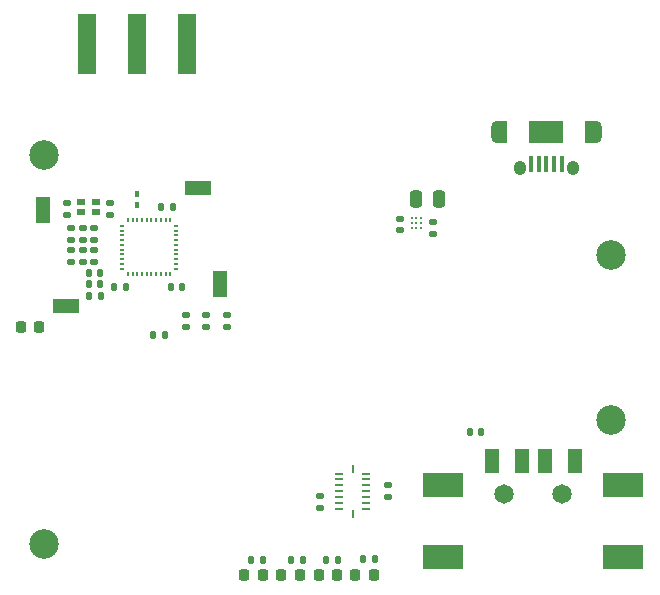
<source format=gts>
%TF.GenerationSoftware,KiCad,Pcbnew,7.0.1*%
%TF.CreationDate,2023-10-27T08:58:37+02:00*%
%TF.ProjectId,SensorLeapSMA,53656e73-6f72-44c6-9561-70534d412e6b,rev?*%
%TF.SameCoordinates,Original*%
%TF.FileFunction,Soldermask,Top*%
%TF.FilePolarity,Negative*%
%FSLAX46Y46*%
G04 Gerber Fmt 4.6, Leading zero omitted, Abs format (unit mm)*
G04 Created by KiCad (PCBNEW 7.0.1) date 2023-10-27 08:58:37*
%MOMM*%
%LPD*%
G01*
G04 APERTURE LIST*
G04 Aperture macros list*
%AMRoundRect*
0 Rectangle with rounded corners*
0 $1 Rounding radius*
0 $2 $3 $4 $5 $6 $7 $8 $9 X,Y pos of 4 corners*
0 Add a 4 corners polygon primitive as box body*
4,1,4,$2,$3,$4,$5,$6,$7,$8,$9,$2,$3,0*
0 Add four circle primitives for the rounded corners*
1,1,$1+$1,$2,$3*
1,1,$1+$1,$4,$5*
1,1,$1+$1,$6,$7*
1,1,$1+$1,$8,$9*
0 Add four rect primitives between the rounded corners*
20,1,$1+$1,$2,$3,$4,$5,0*
20,1,$1+$1,$4,$5,$6,$7,0*
20,1,$1+$1,$6,$7,$8,$9,0*
20,1,$1+$1,$8,$9,$2,$3,0*%
G04 Aperture macros list end*
%ADD10RoundRect,0.135000X-0.135000X-0.185000X0.135000X-0.185000X0.135000X0.185000X-0.135000X0.185000X0*%
%ADD11RoundRect,0.135000X-0.185000X0.135000X-0.185000X-0.135000X0.185000X-0.135000X0.185000X0.135000X0*%
%ADD12RoundRect,0.140000X0.140000X0.170000X-0.140000X0.170000X-0.140000X-0.170000X0.140000X-0.170000X0*%
%ADD13RoundRect,0.218750X-0.218750X-0.256250X0.218750X-0.256250X0.218750X0.256250X-0.218750X0.256250X0*%
%ADD14C,2.500000*%
%ADD15RoundRect,0.140000X0.170000X-0.140000X0.170000X0.140000X-0.170000X0.140000X-0.170000X-0.140000X0*%
%ADD16R,0.685800X0.584200*%
%ADD17RoundRect,0.250000X-0.250000X-0.475000X0.250000X-0.475000X0.250000X0.475000X-0.250000X0.475000X0*%
%ADD18RoundRect,0.147500X-0.147500X-0.172500X0.147500X-0.172500X0.147500X0.172500X-0.147500X0.172500X0*%
%ADD19RoundRect,0.225000X0.225000X0.250000X-0.225000X0.250000X-0.225000X-0.250000X0.225000X-0.250000X0*%
%ADD20RoundRect,0.140000X-0.170000X0.140000X-0.170000X-0.140000X0.170000X-0.140000X0.170000X0.140000X0*%
%ADD21RoundRect,0.135000X0.135000X0.185000X-0.135000X0.185000X-0.135000X-0.185000X0.135000X-0.185000X0*%
%ADD22C,1.650000*%
%ADD23R,1.250000X2.100000*%
%ADD24R,3.500000X2.000000*%
%ADD25RoundRect,0.087250X-0.087250X0.192750X-0.087250X-0.192750X0.087250X-0.192750X0.087250X0.192750X0*%
%ADD26RoundRect,0.140000X-0.140000X-0.170000X0.140000X-0.170000X0.140000X0.170000X-0.140000X0.170000X0*%
%ADD27R,0.400000X0.200000*%
%ADD28R,0.200000X0.400000*%
%ADD29R,1.200000X2.300000*%
%ADD30R,1.520000X5.080000*%
%ADD31C,0.269000*%
%ADD32R,2.300000X1.200000*%
%ADD33R,0.400000X1.350000*%
%ADD34O,1.000000X1.900000*%
%ADD35R,0.875000X1.900000*%
%ADD36O,1.050000X1.250000*%
%ADD37R,2.900000X1.900000*%
%ADD38R,0.675000X0.250000*%
%ADD39R,0.250000X0.675000*%
G04 APERTURE END LIST*
D10*
%TO.C,R3*%
X87307500Y-77800000D03*
X88327500Y-77800000D03*
%TD*%
D11*
%TO.C,R6*%
X77200000Y-57100000D03*
X77200000Y-58120000D03*
%TD*%
D12*
%TO.C,C11*%
X68240000Y-53500000D03*
X67280000Y-53500000D03*
%TD*%
D13*
%TO.C,D5*%
X80440000Y-79110000D03*
X82015000Y-79110000D03*
%TD*%
D14*
%TO.C,H2*%
X111500000Y-52000000D03*
%TD*%
D15*
%TO.C,C1*%
X65377499Y-48598200D03*
X65377499Y-47638200D03*
%TD*%
D16*
%TO.C,X1*%
X66562501Y-48361800D03*
X67837499Y-48361800D03*
X67837499Y-47498200D03*
X66562501Y-47498200D03*
%TD*%
D17*
%TO.C,C21*%
X95000000Y-47300000D03*
X96900000Y-47300000D03*
%TD*%
D15*
%TO.C,C23*%
X93600000Y-49880000D03*
X93600000Y-48920000D03*
%TD*%
D18*
%TO.C,FB1*%
X67315000Y-55500000D03*
X68285000Y-55500000D03*
%TD*%
D15*
%TO.C,C19*%
X92600000Y-72460000D03*
X92600000Y-71500000D03*
%TD*%
D19*
%TO.C,C3*%
X63075000Y-58130000D03*
X61525000Y-58130000D03*
%TD*%
D20*
%TO.C,C20*%
X86800000Y-72420000D03*
X86800000Y-73380000D03*
%TD*%
D12*
%TO.C,C6*%
X68240000Y-54470000D03*
X67280000Y-54470000D03*
%TD*%
D20*
%TO.C,C7*%
X67734000Y-49750000D03*
X67734000Y-50710000D03*
%TD*%
D10*
%TO.C,R2*%
X84397500Y-77800000D03*
X85417500Y-77800000D03*
%TD*%
D21*
%TO.C,R1*%
X74370000Y-47954000D03*
X73350000Y-47954000D03*
%TD*%
D20*
%TO.C,C5*%
X66734000Y-49740000D03*
X66734000Y-50700000D03*
%TD*%
D11*
%TO.C,R5*%
X79000000Y-57100000D03*
X79000000Y-58120000D03*
%TD*%
D14*
%TO.C,H4*%
X63500000Y-76500000D03*
%TD*%
D22*
%TO.C,USB1*%
X102450000Y-72200000D03*
X107350000Y-72200000D03*
D23*
X101400000Y-69400000D03*
X103900000Y-69400000D03*
X105900000Y-69400000D03*
X108400000Y-69400000D03*
D24*
X112525000Y-71500000D03*
X112525000Y-77600000D03*
X97275000Y-77600000D03*
X97275000Y-71500000D03*
%TD*%
D10*
%TO.C,R10*%
X80972500Y-77800000D03*
X81992500Y-77800000D03*
%TD*%
D13*
%TO.C,D4*%
X89822500Y-79100000D03*
X91397500Y-79100000D03*
%TD*%
D25*
%TO.C,C10*%
X71360000Y-46820000D03*
X71360000Y-47780000D03*
%TD*%
D10*
%TO.C,R4*%
X72700000Y-58800000D03*
X73720000Y-58800000D03*
%TD*%
D26*
%TO.C,C24*%
X99520000Y-67000000D03*
X100480000Y-67000000D03*
%TD*%
D20*
%TO.C,C2*%
X65734000Y-49740000D03*
X65734000Y-50700000D03*
%TD*%
D10*
%TO.C,R9*%
X90487500Y-77750000D03*
X91507500Y-77750000D03*
%TD*%
D20*
%TO.C,C8*%
X69017499Y-47638200D03*
X69017499Y-48598200D03*
%TD*%
D15*
%TO.C,C14*%
X65734000Y-52560000D03*
X65734000Y-51600000D03*
%TD*%
D13*
%TO.C,D1*%
X83572500Y-79100000D03*
X85147500Y-79100000D03*
%TD*%
D12*
%TO.C,C9*%
X75190000Y-54700000D03*
X74230000Y-54700000D03*
%TD*%
D13*
%TO.C,D2*%
X86722500Y-79100000D03*
X88297500Y-79100000D03*
%TD*%
D14*
%TO.C,H1*%
X63500000Y-43500000D03*
%TD*%
D27*
%TO.C,U1*%
X74666000Y-53144000D03*
X74666000Y-52744000D03*
X74666000Y-52344000D03*
X74666000Y-51944000D03*
X74666000Y-51544000D03*
X74666000Y-51144000D03*
X74666000Y-50744000D03*
X74666000Y-50344000D03*
X74666000Y-49944000D03*
X74666000Y-49544000D03*
D28*
X74166000Y-49044000D03*
X73766000Y-49044000D03*
X73366000Y-49044000D03*
X72966000Y-49044000D03*
X72566000Y-49044000D03*
X72166000Y-49044000D03*
X71766000Y-49044000D03*
X71366000Y-49044000D03*
X70966000Y-49044000D03*
X70566000Y-49044000D03*
D27*
X70066000Y-49544000D03*
X70066000Y-49944000D03*
X70066000Y-50344000D03*
X70066000Y-50744000D03*
X70066000Y-51144000D03*
X70066000Y-51544000D03*
X70066000Y-51944000D03*
X70066000Y-52344000D03*
X70066000Y-52744000D03*
X70066000Y-53144000D03*
D28*
X70566000Y-53644000D03*
X70966000Y-53644000D03*
X71366000Y-53644000D03*
X71766000Y-53644000D03*
X72166000Y-53644000D03*
X72566000Y-53644000D03*
X72966000Y-53644000D03*
X73366000Y-53644000D03*
X73766000Y-53644000D03*
X74166000Y-53644000D03*
%TD*%
D29*
%TO.C,MP3*%
X78400000Y-54430000D03*
%TD*%
%TO.C,MP2*%
X63400000Y-48230000D03*
%TD*%
D30*
%TO.C,J1*%
X67110000Y-34100000D03*
X71350000Y-34100000D03*
X75590000Y-34100000D03*
%TD*%
D31*
%TO.C,U5*%
X95400000Y-49700000D03*
X95000000Y-49700000D03*
X94600000Y-49700000D03*
X95400000Y-49300000D03*
X95000000Y-49300000D03*
X94600000Y-49300000D03*
X95400000Y-48900000D03*
X95000000Y-48900000D03*
X94600000Y-48900000D03*
%TD*%
D14*
%TO.C,H3*%
X111500000Y-66000000D03*
%TD*%
D32*
%TO.C,MP4*%
X65300000Y-56330000D03*
%TD*%
D26*
%TO.C,C4*%
X69420000Y-54700000D03*
X70380000Y-54700000D03*
%TD*%
D15*
%TO.C,C12*%
X67734000Y-52560000D03*
X67734000Y-51600000D03*
%TD*%
D33*
%TO.C,J3*%
X104700000Y-44275000D03*
X105350000Y-44275000D03*
X106000000Y-44275000D03*
X106650000Y-44275000D03*
X107300000Y-44275000D03*
D34*
X110175000Y-41600000D03*
D35*
X109737500Y-41600000D03*
D36*
X108225000Y-44600000D03*
D37*
X106000000Y-41600000D03*
D36*
X103775000Y-44600000D03*
D35*
X102262500Y-41600000D03*
D34*
X101825000Y-41600000D03*
%TD*%
D15*
%TO.C,C13*%
X66734000Y-52560000D03*
X66734000Y-51600000D03*
%TD*%
D32*
%TO.C,MP1*%
X76500000Y-46330000D03*
%TD*%
D11*
%TO.C,R7*%
X75500000Y-57100000D03*
X75500000Y-58120000D03*
%TD*%
D38*
%TO.C,U4*%
X90765000Y-70500000D03*
X90765000Y-71000000D03*
X90765000Y-71500000D03*
X90765000Y-72000000D03*
X90765000Y-72500000D03*
X90765000Y-73000000D03*
X90765000Y-73500000D03*
D39*
X89600000Y-73915000D03*
D38*
X88435000Y-73500000D03*
X88435000Y-73000000D03*
X88435000Y-72500000D03*
X88435000Y-72000000D03*
X88435000Y-71500000D03*
X88435000Y-71000000D03*
X88435000Y-70500000D03*
D39*
X89600000Y-70085000D03*
%TD*%
D20*
%TO.C,C22*%
X96400000Y-49220000D03*
X96400000Y-50180000D03*
%TD*%
M02*

</source>
